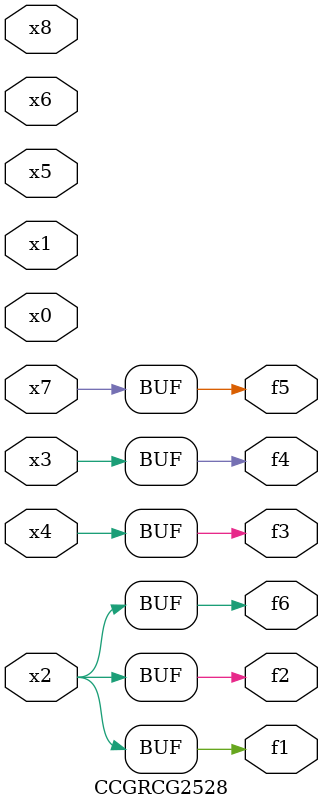
<source format=v>
module CCGRCG2528(
	input x0, x1, x2, x3, x4, x5, x6, x7, x8,
	output f1, f2, f3, f4, f5, f6
);
	assign f1 = x2;
	assign f2 = x2;
	assign f3 = x4;
	assign f4 = x3;
	assign f5 = x7;
	assign f6 = x2;
endmodule

</source>
